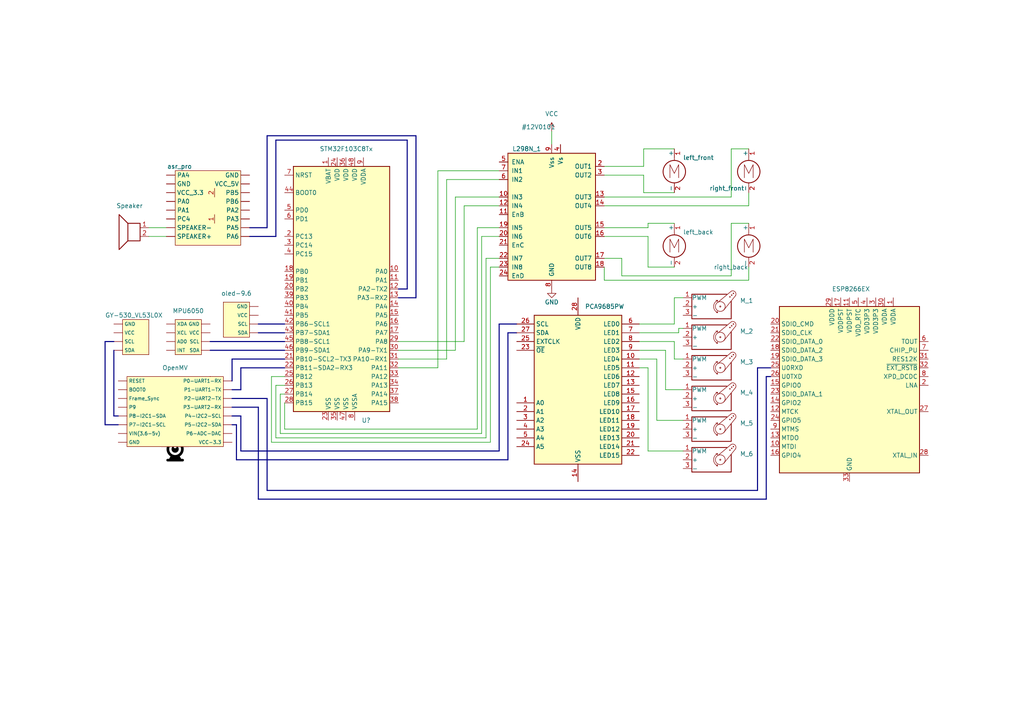
<source format=kicad_sch>
(kicad_sch (version 20211123) (generator eeschema)
  (paper "A4")
  (lib_symbols
    (symbol "Device:Microphone_Crystal" (pin_names (offset 0.0254) hide)
      (property "Reference" "MK" (at -3.81 1.143 0))
      (property "Value" "Microphone_Crystal" (at -3.81 -0.762 0))
      (symbol "Microphone_Crystal_0_1"
        (rectangle (start -1.27 0.508) (end 1.27 -0.508) (stroke (width 0.254)))
        (polyline (pts (xy -2.54 2.54) (xy -2.54 -2.54)) (stroke (width 0.254)))
        (polyline (pts (xy -0.762 -1.016) (xy 0.762 -1.016)))
        (polyline (pts (xy -0.762 1.016) (xy 0.762 1.016)))
        (polyline (pts (xy 0 -1.016) (xy 0 -1.778)))
        (polyline (pts (xy 0 1.016) (xy 0 1.778)))
        (polyline (pts (xy 0.254 3.81) (xy 0.762 3.81)))
        (polyline (pts (xy 0.508 4.064) (xy 0.508 3.556)))
        (circle (center 0 0) (radius 2.54) (stroke (width 0.254)))
      )
      (symbol "Microphone_Crystal_1_1"
        (pin passive line (at 0 -5.08 90) (length 2.54) (name "-") (number "1"))
        (pin passive line (at 0 5.08 270) (length 2.54) (name "+") (number "2"))
      )
    )
    (symbol "Device:Speaker" (pin_names (offset 0) hide)
      (property "Reference" "LS" (at 1.27 5.715 0))
      (property "Value" "Speaker" (at 1.27 3.81 0))
      (symbol "Speaker_0_0"
        (rectangle (start -2.54 1.27) (end 1.016 -3.81) (stroke (width 0.254)))
        (polyline (pts (xy 1.016 1.27) (xy 3.556 3.81) (xy 3.556 -6.35) (xy 1.016 -3.81)) (stroke (width 0.254)))
      )
      (symbol "Speaker_1_1"
        (pin input line (at -5.08 0 0) (length 2.54) (name "1") (number "1"))
        (pin input line (at -5.08 -2.54 0) (length 2.54) (name "2") (number "2"))
      )
    )
    (symbol "Device:asr_pro"
      (property "Reference" "U" (at 0 0 0))
      (property "Value" "asr_pro" (at 0 0 0))
      (symbol "asr_pro_0_1"
        (rectangle (start -5.08 -5.08) (end 13.97 -26.67) (fill (type background)))
      )
      (symbol "asr_pro_1_1"
        (pin input line (at -7.62 -8.89 0) (length 2.54) (name "GND") (number ""))
        (pin input line (at 16.51 -6.35 180) (length 2.54) (name "GND") (number ""))
        (pin input line (at -7.62 -13.97 0) (length 2.54) (name "PA0") (number ""))
        (pin input line (at -7.62 -16.51 0) (length 2.54) (name "PA1") (number ""))
        (pin input line (at 16.51 -16.51 180) (length 2.54) (name "PA2") (number ""))
        (pin input line (at 16.51 -19.05 180) (length 2.54) (name "PA3") (number ""))
        (pin input line (at -7.62 -6.35 0) (length 2.54) (name "PA4") (number ""))
        (pin input line (at 16.51 -21.59 180) (length 2.54) (name "PA5") (number ""))
        (pin input line (at 16.51 -24.13 180) (length 2.54) (name "PA6") (number ""))
        (pin input line (at 16.51 -11.43 180) (length 2.54) (name "PB5") (number ""))
        (pin input line (at 16.51 -13.97 180) (length 2.54) (name "PB6") (number ""))
        (pin input line (at -7.62 -19.05 0) (length 2.54) (name "PC4") (number ""))
        (pin input line (at -7.62 -24.13 0) (length 2.54) (name "SPEAKER+") (number ""))
        (pin input line (at -7.62 -21.59 0) (length 2.54) (name "SPEAKER-") (number ""))
        (pin input line (at -7.62 -11.43 0) (length 2.54) (name "VCC_3.3") (number ""))
        (pin input line (at 16.51 -8.89 180) (length 2.54) (name "VCC_5V") (number ""))
      )
    )
    (symbol "Display_Graphic:MPU6050"
      (property "Reference" "U" (at 0 0 0))
      (property "Value" "MPU6050" (at 0 0 0))
      (symbol "MPU6050_0_1"
        (rectangle (start -3.81 -1.27) (end 3.81 -11.43) (fill (type background)))
      )
      (symbol "MPU6050_1_1"
        (pin input line (at -6.35 -7.62 0) (length 2.54) (name "AD0") (number ""))
        (pin input line (at 6.35 -2.54 180) (length 2.54) (name "GND") (number ""))
        (pin input line (at -6.35 -10.16 0) (length 2.54) (name "INT") (number ""))
        (pin input line (at 6.35 -7.62 180) (length 2.54) (name "SCL") (number ""))
        (pin input line (at 6.35 -10.16 180) (length 2.54) (name "SDA") (number ""))
        (pin input line (at 6.35 -5.08 180) (length 2.54) (name "VCC") (number ""))
        (pin input line (at -6.35 -5.08 0) (length 2.54) (name "XCL") (number ""))
        (pin input line (at -6.35 -2.54 0) (length 2.54) (name "XDA") (number ""))
      )
    )
    (symbol "Display_Graphic:oled-9.6"
      (property "Value" "oled-9.6" (at 0 0 0))
      (symbol "oled-9.6_0_1"
        (rectangle (start -5.08 -1.27) (end 2.54 -11.43) (fill (type background)))
      )
      (symbol "oled-9.6_1_1"
        (pin input line (at 5.08 -2.54 180) (length 2.54) (name "GND") (number ""))
        (pin input line (at 5.08 -7.62 180) (length 2.54) (name "SCL") (number ""))
        (pin input line (at 5.08 -10.16 180) (length 2.54) (name "SDA") (number ""))
        (pin input line (at 5.08 -5.08 180) (length 2.54) (name "VCC") (number ""))
      )
    )
    (symbol "Driver_LED:PCA9685PW"
      (property "Reference" "U" (at -12.7 22.225 0))
      (property "Value" "PCA9685PW" (at 1.27 22.225 0))
      (symbol "PCA9685PW_0_1"
        (rectangle (start -12.7 20.32) (end 12.7 -22.86) (stroke (width 0.254)) (fill (type background)))
      )
      (symbol "PCA9685PW_1_1"
        (pin input line (at -17.78 -5.08 0) (length 5.08) (name "A0") (number "1"))
        (pin output line (at 17.78 7.62 180) (length 5.08) (name "LED4") (number "10"))
        (pin output line (at 17.78 5.08 180) (length 5.08) (name "LED5") (number "11"))
        (pin output line (at 17.78 2.54 180) (length 5.08) (name "LED6") (number "12"))
        (pin output line (at 17.78 0 180) (length 5.08) (name "LED7") (number "13"))
        (pin power_in line (at 0 -27.94 90) (length 5.08) (name "VSS") (number "14"))
        (pin output line (at 17.78 -2.54 180) (length 5.08) (name "LED8") (number "15"))
        (pin output line (at 17.78 -5.08 180) (length 5.08) (name "LED9") (number "16"))
        (pin output line (at 17.78 -7.62 180) (length 5.08) (name "LED10") (number "17"))
        (pin output line (at 17.78 -10.16 180) (length 5.08) (name "LED11") (number "18"))
        (pin output line (at 17.78 -12.7 180) (length 5.08) (name "LED12") (number "19"))
        (pin input line (at -17.78 -7.62 0) (length 5.08) (name "A1") (number "2"))
        (pin output line (at 17.78 -15.24 180) (length 5.08) (name "LED13") (number "20"))
        (pin output line (at 17.78 -17.78 180) (length 5.08) (name "LED14") (number "21"))
        (pin output line (at 17.78 -20.32 180) (length 5.08) (name "LED15") (number "22"))
        (pin input line (at -17.78 10.16 0) (length 5.08) (name "~{OE}") (number "23"))
        (pin input line (at -17.78 -17.78 0) (length 5.08) (name "A5") (number "24"))
        (pin input line (at -17.78 12.7 0) (length 5.08) (name "EXTCLK") (number "25"))
        (pin input line (at -17.78 17.78 0) (length 5.08) (name "SCL") (number "26"))
        (pin bidirectional line (at -17.78 15.24 0) (length 5.08) (name "SDA") (number "27"))
        (pin power_in line (at 0 25.4 270) (length 5.08) (name "VDD") (number "28"))
        (pin input line (at -17.78 -10.16 0) (length 5.08) (name "A2") (number "3"))
        (pin input line (at -17.78 -12.7 0) (length 5.08) (name "A3") (number "4"))
        (pin input line (at -17.78 -15.24 0) (length 5.08) (name "A4") (number "5"))
        (pin output line (at 17.78 17.78 180) (length 5.08) (name "LED0") (number "6"))
        (pin output line (at 17.78 15.24 180) (length 5.08) (name "LED1") (number "7"))
        (pin output line (at 17.78 12.7 180) (length 5.08) (name "LED2") (number "8"))
        (pin output line (at 17.78 10.16 180) (length 5.08) (name "LED3") (number "9"))
      )
    )
    (symbol "Driver_Motor:L298N_1" (pin_names (offset 1.016))
      (property "Reference" "U" (at -10.16 16.51 0))
      (property "Value" "L298N_1" (at 12.7 16.51 0))
      (symbol "L298N_1_0_1"
        (rectangle (start -12.7 15.24) (end 12.7 -21.59) (stroke (width 0.254)) (fill (type background)))
      )
      (symbol "L298N_1_1_1"
        (pin input line (at -15.24 2.54 0) (length 2.54) (name "IN3") (number "10"))
        (pin input line (at -15.24 -2.54 0) (length 2.54) (name "EnB") (number "11"))
        (pin input line (at -15.24 0 0) (length 2.54) (name "IN4") (number "12"))
        (pin output line (at 15.24 2.54 180) (length 2.54) (name "OUT3") (number "13"))
        (pin output line (at 15.24 0 180) (length 2.54) (name "OUT4") (number "14"))
        (pin output line (at 15.24 -6.35 180) (length 2.54) (name "OUT5") (number "15"))
        (pin output line (at 15.24 -8.89 180) (length 2.54) (name "OUT6") (number "16"))
        (pin output line (at 15.24 -15.24 180) (length 2.54) (name "OUT7") (number "17"))
        (pin output line (at 15.24 -17.78 180) (length 2.54) (name "OUT8") (number "18"))
        (pin input line (at -15.24 -6.35 0) (length 2.54) (name "IN5") (number "19"))
        (pin output line (at 15.24 11.43 180) (length 2.54) (name "OUT1") (number "2"))
        (pin input line (at -15.24 -8.89 0) (length 2.54) (name "IN6") (number "20"))
        (pin input line (at -15.24 -11.43 0) (length 2.54) (name "EnC") (number "21"))
        (pin input line (at -15.24 -15.24 0) (length 2.54) (name "IN7") (number "22"))
        (pin input line (at -15.24 -17.78 0) (length 2.54) (name "IN8") (number "23"))
        (pin input line (at -15.24 -20.32 0) (length 2.54) (name "EnD") (number "24"))
        (pin output line (at 15.24 8.89 180) (length 2.54) (name "OUT2") (number "3"))
        (pin power_in line (at 2.54 17.78 270) (length 2.54) (name "Vs") (number "4"))
        (pin input line (at -15.24 12.7 0) (length 2.54) (name "ENA") (number "5"))
        (pin input line (at -15.24 7.62 0) (length 2.54) (name "IN2") (number "6"))
        (pin input line (at -15.24 10.16 0) (length 2.54) (name "IN1") (number "7"))
        (pin power_in line (at 0 -24.13 90) (length 2.54) (name "GND") (number "8"))
        (pin power_in line (at 0 17.78 270) (length 2.54) (name "Vss") (number "9"))
      )
    )
    (symbol "MCU_Espressif:ESP8266EX"
      (property "Reference" "U" (at 0 2.54 0))
      (property "Value" "ESP8266EX" (at 0 -2.54 0))
      (symbol "ESP8266EX_0_1"
        (rectangle (start -20.32 22.86) (end 20.32 -25.4) (stroke (width 0.254)) (fill (type background)))
      )
      (symbol "ESP8266EX_1_1"
        (pin power_in line (at -12.7 25.4 270) (length 2.54) (name "VDDA") (number "1"))
        (pin bidirectional line (at 22.86 -17.78 180) (length 2.54) (name "MTDI") (number "10"))
        (pin power_in line (at 0 25.4 270) (length 2.54) (name "VDDPST") (number "11"))
        (pin bidirectional line (at 22.86 -7.62 180) (length 2.54) (name "MTCK") (number "12"))
        (pin bidirectional line (at 22.86 -15.24 180) (length 2.54) (name "MTDO") (number "13"))
        (pin bidirectional line (at 22.86 -5.08 180) (length 2.54) (name "GPIO2") (number "14"))
        (pin bidirectional line (at 22.86 0 180) (length 2.54) (name "GPIO0") (number "15"))
        (pin bidirectional line (at 22.86 -20.32 180) (length 2.54) (name "GPIO4") (number "16"))
        (pin power_in line (at 2.54 25.4 270) (length 2.54) (name "VDDPST") (number "17"))
        (pin bidirectional line (at 22.86 10.16 180) (length 2.54) (name "SDIO_DATA_2") (number "18"))
        (pin bidirectional line (at 22.86 7.62 180) (length 2.54) (name "SDIO_DATA_3") (number "19"))
        (pin bidirectional line (at -22.86 0 0) (length 2.54) (name "LNA") (number "2"))
        (pin bidirectional line (at 22.86 17.78 180) (length 2.54) (name "SDIO_CMD") (number "20"))
        (pin bidirectional line (at 22.86 15.24 180) (length 2.54) (name "SDIO_CLK") (number "21"))
        (pin bidirectional line (at 22.86 12.7 180) (length 2.54) (name "SDIO_DATA_0") (number "22"))
        (pin bidirectional line (at 22.86 -2.54 180) (length 2.54) (name "SDIO_DATA_1") (number "23"))
        (pin bidirectional line (at 22.86 -10.16 180) (length 2.54) (name "GPIO5") (number "24"))
        (pin bidirectional line (at 22.86 5.08 180) (length 2.54) (name "U0RXD") (number "25"))
        (pin bidirectional line (at 22.86 2.54 180) (length 2.54) (name "U0TXD") (number "26"))
        (pin bidirectional line (at -22.86 -7.62 0) (length 2.54) (name "XTAL_OUT") (number "27"))
        (pin bidirectional line (at -22.86 -20.32 0) (length 2.54) (name "XTAL_IN") (number "28"))
        (pin power_in line (at 5.08 25.4 270) (length 2.54) (name "VDDD") (number "29"))
        (pin power_in line (at -7.62 25.4 270) (length 2.54) (name "VDD3P3") (number "3"))
        (pin power_in line (at -10.16 25.4 270) (length 2.54) (name "VDDA") (number "30"))
        (pin input line (at -22.86 7.62 0) (length 2.54) (name "RES12K") (number "31"))
        (pin input line (at -22.86 5.08 0) (length 2.54) (name "~{EXT_RSTB}") (number "32"))
        (pin power_in line (at 0 -27.94 90) (length 2.54) (name "GND") (number "33"))
        (pin power_in line (at -5.08 25.4 270) (length 2.54) (name "VDD3P3") (number "4"))
        (pin power_in line (at -2.54 25.4 270) (length 2.54) (name "VDD_RTC") (number "5"))
        (pin input line (at -22.86 12.7 0) (length 2.54) (name "TOUT") (number "6"))
        (pin input line (at -22.86 10.16 0) (length 2.54) (name "CHIP_PU") (number "7"))
        (pin bidirectional line (at -22.86 2.54 0) (length 2.54) (name "XPD_DCDC") (number "8"))
        (pin bidirectional line (at 22.86 -12.7 180) (length 2.54) (name "MTMS") (number "9"))
      )
    )
    (symbol "MCU_ST_STM32F1:STM32F103C8Tx"
      (property "Reference" "U" (at -15.24 36.83 0))
      (property "Value" "STM32F103C8Tx" (at 7.62 36.83 0))
      (symbol "STM32F103C8Tx_0_1"
        (rectangle (start -15.24 -35.56) (end 12.7 35.56) (stroke (width 0.254)) (fill (type background)))
      )
      (symbol "STM32F103C8Tx_1_1"
        (pin power_in line (at -5.08 38.1 270) (length 2.54) (name "VBAT") (number "1"))
        (pin bidirectional line (at 15.24 5.08 180) (length 2.54) (name "PA0") (number "10"))
        (pin bidirectional line (at 15.24 2.54 180) (length 2.54) (name "PA1") (number "11"))
        (pin bidirectional line (at 15.24 0 180) (length 2.54) (name "PA2-TX2") (number "12"))
        (pin bidirectional line (at 15.24 -2.54 180) (length 2.54) (name "PA3-RX2") (number "13"))
        (pin bidirectional line (at 15.24 -5.08 180) (length 2.54) (name "PA4") (number "14"))
        (pin bidirectional line (at 15.24 -7.62 180) (length 2.54) (name "PA5") (number "15"))
        (pin bidirectional line (at 15.24 -10.16 180) (length 2.54) (name "PA6") (number "16"))
        (pin bidirectional line (at 15.24 -12.7 180) (length 2.54) (name "PA7") (number "17"))
        (pin bidirectional line (at -17.78 5.08 0) (length 2.54) (name "PB0") (number "18"))
        (pin bidirectional line (at -17.78 2.54 0) (length 2.54) (name "PB1") (number "19"))
        (pin bidirectional line (at -17.78 15.24 0) (length 2.54) (name "PC13") (number "2"))
        (pin bidirectional line (at -17.78 0 0) (length 2.54) (name "PB2") (number "20"))
        (pin bidirectional line (at -17.78 -20.32 0) (length 2.54) (name "PB10-SCL2-TX3") (number "21"))
        (pin bidirectional line (at -17.78 -22.86 0) (length 2.54) (name "PB11-SDA2-RX3") (number "22"))
        (pin power_in line (at -5.08 -38.1 90) (length 2.54) (name "VSS") (number "23"))
        (pin power_in line (at -2.54 38.1 270) (length 2.54) (name "VDD") (number "24"))
        (pin bidirectional line (at -17.78 -25.4 0) (length 2.54) (name "PB12") (number "25"))
        (pin bidirectional line (at -17.78 -27.94 0) (length 2.54) (name "PB13") (number "26"))
        (pin bidirectional line (at -17.78 -30.48 0) (length 2.54) (name "PB14") (number "27"))
        (pin bidirectional line (at -17.78 -33.02 0) (length 2.54) (name "PB15") (number "28"))
        (pin bidirectional line (at 15.24 -15.24 180) (length 2.54) (name "PA8") (number "29"))
        (pin bidirectional line (at -17.78 12.7 0) (length 2.54) (name "PC14") (number "3"))
        (pin bidirectional line (at 15.24 -17.78 180) (length 2.54) (name "PA9-TX1") (number "30"))
        (pin bidirectional line (at 15.24 -20.32 180) (length 2.54) (name "PA10-RX1") (number "31"))
        (pin bidirectional line (at 15.24 -22.86 180) (length 2.54) (name "PA11") (number "32"))
        (pin bidirectional line (at 15.24 -25.4 180) (length 2.54) (name "PA12") (number "33"))
        (pin bidirectional line (at 15.24 -27.94 180) (length 2.54) (name "PA13") (number "34"))
        (pin power_in line (at -2.54 -38.1 90) (length 2.54) (name "VSS") (number "35"))
        (pin power_in line (at 0 38.1 270) (length 2.54) (name "VDD") (number "36"))
        (pin bidirectional line (at 15.24 -30.48 180) (length 2.54) (name "PA14") (number "37"))
        (pin bidirectional line (at 15.24 -33.02 180) (length 2.54) (name "PA15") (number "38"))
        (pin bidirectional line (at -17.78 -2.54 0) (length 2.54) (name "PB3") (number "39"))
        (pin bidirectional line (at -17.78 10.16 0) (length 2.54) (name "PC15") (number "4"))
        (pin bidirectional line (at -17.78 -5.08 0) (length 2.54) (name "PB4") (number "40"))
        (pin bidirectional line (at -17.78 -7.62 0) (length 2.54) (name "PB5") (number "41"))
        (pin bidirectional line (at -17.78 -10.16 0) (length 2.54) (name "PB6-SCL1") (number "42"))
        (pin bidirectional line (at -17.78 -12.7 0) (length 2.54) (name "PB7-SDA1") (number "43"))
        (pin input line (at -17.78 27.94 0) (length 2.54) (name "BOOT0") (number "44"))
        (pin bidirectional line (at -17.78 -15.24 0) (length 2.54) (name "PB8-SCL1") (number "45"))
        (pin bidirectional line (at -17.78 -17.78 0) (length 2.54) (name "PB9-SDA1") (number "46"))
        (pin power_in line (at 0 -38.1 90) (length 2.54) (name "VSS") (number "47"))
        (pin power_in line (at 2.54 38.1 270) (length 2.54) (name "VDD") (number "48"))
        (pin input line (at -17.78 22.86 0) (length 2.54) (name "PD0") (number "5"))
        (pin input line (at -17.78 20.32 0) (length 2.54) (name "PD1") (number "6"))
        (pin input line (at -17.78 33.02 0) (length 2.54) (name "NRST") (number "7"))
        (pin power_in line (at 2.54 -38.1 90) (length 2.54) (name "VSSA") (number "8"))
        (pin power_in line (at 5.08 38.1 270) (length 2.54) (name "VDDA") (number "9"))
      )
    )
    (symbol "Motor:Motor_DC" (pin_names (offset 0))
      (property "Reference" "M" (at 2.54 2.54 0))
      (property "Value" "Motor_DC" (at 2.54 -5.08 0))
      (symbol "Motor_DC_0_0"
        (polyline (pts (xy -1.27 -3.302) (xy -1.27 0.508) (xy 0 -2.032) (xy 1.27 0.508) (xy 1.27 -3.302)))
      )
      (symbol "Motor_DC_0_1"
        (circle (center 0 -1.524) (radius 3.2512) (stroke (width 0.254)))
        (polyline (pts (xy 0 -7.62) (xy 0 -7.112)))
        (polyline (pts (xy 0 -4.7752) (xy 0 -5.1816)))
        (polyline (pts (xy 0 1.7272) (xy 0 2.0828)))
        (polyline (pts (xy 0 2.032) (xy 0 2.54)))
      )
      (symbol "Motor_DC_1_1"
        (pin passive line (at 0 5.08 270) (length 2.54) (name "+") (number "1"))
        (pin passive line (at 0 -7.62 90) (length 2.54) (name "-") (number "2"))
      )
    )
    (symbol "Motor:Motor_Servo" (pin_names (offset 0.0254))
      (property "Reference" "M" (at -5.08 4.445 0))
      (property "Value" "Motor_Servo" (at -5.08 -4.064 0))
      (symbol "Motor_Servo_0_1"
        (polyline (pts (xy 2.413 -1.778) (xy 2.032 -1.778)))
        (polyline (pts (xy 2.413 -1.778) (xy 2.286 -1.397)))
        (polyline (pts (xy 2.413 1.778) (xy 1.905 1.778)))
        (polyline (pts (xy 2.413 1.778) (xy 2.286 1.397)))
        (polyline (pts (xy 6.35 4.445) (xy 2.54 1.27)))
        (polyline (pts (xy 7.62 3.175) (xy 4.191 -1.016)))
        (polyline (pts (xy 5.08 3.556) (xy -5.08 3.556) (xy -5.08 -3.556) (xy 6.35 -3.556) (xy 6.35 1.524)) (stroke (width 0.254)))
        (arc (start 2.413 1.778) (mid 1.2406 0) (end 2.413 -1.778))
        (circle (center 3.175 0) (radius 0.1778))
        (circle (center 3.175 0) (radius 1.4224))
        (circle (center 5.969 2.794) (radius 0.127))
        (circle (center 6.477 3.302) (radius 0.127))
        (circle (center 6.985 3.81) (radius 0.127))
        (arc (start 7.62 3.175) (mid 7.4485 4.2735) (end 6.35 4.445))
      )
      (symbol "Motor_Servo_1_1"
        (pin passive line (at -7.62 2.54 0) (length 2.54) (name "PWM") (number "1"))
        (pin passive line (at -7.62 0 0) (length 2.54) (name "+") (number "2"))
        (pin passive line (at -7.62 -2.54 0) (length 2.54) (name "-") (number "3"))
      )
    )
    (symbol "Video:GY-530_VL53L0X"
      (property "Value" "GY-530_VL53L0X" (at 0 0 0))
      (symbol "GY-530_VL53L0X_0_1"
        (rectangle (start -5.08 -1.27) (end 2.54 -11.43) (fill (type background)))
      )
      (symbol "GY-530_VL53L0X_1_1"
        (pin input line (at 5.08 -2.54 180) (length 2.54) (name "GND") (number ""))
        (pin input line (at 5.08 -7.62 180) (length 2.54) (name "SCL") (number ""))
        (pin input line (at 5.08 -10.16 180) (length 2.54) (name "SDA") (number ""))
        (pin input line (at 5.08 -5.08 180) (length 2.54) (name "VCC") (number ""))
      )
    )
    (symbol "Video:OpenMV"
      (property "Value" "OpenMV" (at 0 0 0))
      (symbol "OpenMV_0_1"
        (rectangle (start -12.7 -2.54) (end 15.24 -22.86) (fill (type background)))
        (rectangle (start -8.89 -2.54) (end -8.89 -2.54))
        (rectangle (start -8.89 -2.54) (end -8.89 -2.54))
      )
      (symbol "OpenMV_1_1"
        (pin input line (at 17.78 -6.35 180) (length 2.54) (name "BOOT0") (number ""))
        (pin input line (at 17.78 -8.89 180) (length 2.54) (name "Frame_Sync") (number ""))
        (pin input line (at 17.78 -21.59 180) (length 2.54) (name "GND") (number ""))
        (pin input line (at -15.24 -3.81 0) (length 2.54) (name "P0-UART1-RX") (number ""))
        (pin input line (at -15.24 -6.35 0) (length 2.54) (name "P1-UART1-TX") (number ""))
        (pin input line (at -15.24 -8.89 0) (length 2.54) (name "P2-UART2-TX") (number ""))
        (pin input line (at -15.24 -11.43 0) (length 2.54) (name "P3-UART2-RX") (number ""))
        (pin input line (at -15.24 -13.97 0) (length 2.54) (name "P4-I2C2-SCL") (number ""))
        (pin input line (at -15.24 -16.51 0) (length 2.54) (name "P5-I2C2-SDA") (number ""))
        (pin input line (at -15.24 -19.05 0) (length 2.54) (name "P6-ADC-DAC") (number ""))
        (pin input line (at 17.78 -16.51 180) (length 2.54) (name "P7-I2C1-SCL") (number ""))
        (pin input line (at 17.78 -13.97 180) (length 2.54) (name "P8-I2C1-SDA") (number ""))
        (pin input line (at 17.78 -11.43 180) (length 2.54) (name "P9") (number ""))
        (pin input line (at 17.78 -3.81 180) (length 2.54) (name "RESET") (number ""))
        (pin input line (at -15.24 -21.59 0) (length 2.54) (name "VCC-3.3") (number ""))
        (pin input line (at 17.78 -19.05 180) (length 2.54) (name "VIN(3.6-5v)") (number ""))
      )
    )
    (symbol "power:GND" (power) (pin_names (offset 0))
      (property "Value" "GND" (at 0 -3.81 0))
      (symbol "GND_0_1"
        (polyline (pts (xy 0 0) (xy 0 -1.27) (xy 1.27 -1.27) (xy 0 -2.54) (xy -1.27 -1.27) (xy 0 -1.27)))
      )
      (symbol "GND_1_1"
        (pin power_in line (at 0 0 270) (length 0) hide (name "GND") (number "1"))
      )
    )
    (symbol "power:VCC" (power) (pin_names (offset 0))
      (property "Value" "VCC" (at 0 3.81 0))
      (symbol "VCC_0_1"
        (polyline (pts (xy -0.762 1.27) (xy 0 2.54)))
        (polyline (pts (xy 0 0) (xy 0 2.54)))
        (polyline (pts (xy 0 2.54) (xy 0.762 1.27)))
      )
      (symbol "VCC_1_1"
        (pin power_in line (at 0 0 90) (length 0) hide (name "VCC") (number "1"))
      )
    )
  )
  (wire (pts (xy 115.57 104.14) (xy 129.54 104.14)))
  (bus (pts (xy 69.85 120.65) (xy 69.85 130.81)))
  (bus (pts (xy 219.71 106.68) (xy 223.52 106.68)))
  (bus (pts (xy 33.02 101.6) (xy 33.02 120.65)))
  (bus (pts (xy 68.58 123.19) (xy 68.58 133.35)))
  (wire (pts (xy 195.58 104.14) (xy 198.12 104.14)))
  (wire (pts (xy 195.58 86.36) (xy 198.12 86.36)))
  (bus (pts (xy 33.02 120.65) (xy 34.29 120.65)))
  (wire (pts (xy 175.26 50.8) (xy 186.69 50.8)))
  (bus (pts (xy 60.96 101.6) (xy 82.55 101.6)))
  (wire (pts (xy 78.74 128.27) (xy 142.24 128.27)))
  (wire (pts (xy 81.28 114.3) (xy 81.28 125.73)))
  (wire (pts (xy 115.57 101.6) (xy 132.08 101.6)))
  (wire (pts (xy 175.26 77.47) (xy 175.26 81.28)))
  (wire (pts (xy 185.42 96.52) (xy 196.85 96.52)))
  (bus (pts (xy 144.78 130.81) (xy 144.78 93.98)))
  (wire (pts (xy 195.58 93.98) (xy 195.58 86.36)))
  (wire (pts (xy 175.26 59.69) (xy 217.17 59.69)))
  (bus (pts (xy 60.96 99.06) (xy 82.55 99.06)))
  (wire (pts (xy 212.09 43.18) (xy 217.17 43.18)))
  (bus (pts (xy 30.48 123.19) (xy 34.29 123.19)))
  (wire (pts (xy 217.17 81.28) (xy 217.17 77.47)))
  (wire (pts (xy 212.09 64.77) (xy 217.17 64.77)))
  (bus (pts (xy 67.31 115.57) (xy 77.47 115.57)))
  (wire (pts (xy 190.5 121.92) (xy 198.12 121.92)))
  (wire (pts (xy 138.43 124.46) (xy 138.43 66.04)))
  (bus (pts (xy 80.01 68.58) (xy 80.01 40.64)))
  (wire (pts (xy 82.55 111.76) (xy 80.01 111.76)))
  (wire (pts (xy 187.96 68.58) (xy 187.96 77.47)))
  (bus (pts (xy 74.93 96.52) (xy 82.55 96.52)))
  (bus (pts (xy 67.31 113.03) (xy 69.85 113.03)))
  (wire (pts (xy 142.24 77.47) (xy 144.78 77.47)))
  (bus (pts (xy 115.57 86.36) (xy 120.65 86.36)))
  (wire (pts (xy 185.42 93.98) (xy 195.58 93.98)))
  (wire (pts (xy 82.55 114.3) (xy 81.28 114.3)))
  (wire (pts (xy 187.96 77.47) (xy 195.58 77.47)))
  (wire (pts (xy 82.55 124.46) (xy 138.43 124.46)))
  (wire (pts (xy 185.42 99.06) (xy 195.58 99.06)))
  (wire (pts (xy 187.96 106.68) (xy 187.96 130.81)))
  (wire (pts (xy 193.04 113.03) (xy 198.12 113.03)))
  (wire (pts (xy 212.09 80.01) (xy 212.09 64.77)))
  (wire (pts (xy 175.26 74.93) (xy 180.34 74.93)))
  (wire (pts (xy 129.54 104.14) (xy 129.54 52.07)))
  (wire (pts (xy 175.26 57.15) (xy 212.09 57.15)))
  (bus (pts (xy 115.57 83.82) (xy 118.11 83.82)))
  (wire (pts (xy 134.62 59.69) (xy 144.78 59.69)))
  (wire (pts (xy 138.43 66.04) (xy 144.78 66.04)))
  (wire (pts (xy 186.69 50.8) (xy 186.69 55.88)))
  (bus (pts (xy 77.47 115.57) (xy 77.47 142.24)))
  (bus (pts (xy 67.31 118.11) (xy 74.93 118.11)))
  (bus (pts (xy 77.47 142.24) (xy 219.71 142.24)))
  (wire (pts (xy 134.62 99.06) (xy 134.62 59.69)))
  (bus (pts (xy 223.52 109.22) (xy 222.25 109.22)))
  (wire (pts (xy 180.34 74.93) (xy 180.34 80.01)))
  (bus (pts (xy 30.48 99.06) (xy 30.48 123.19)))
  (wire (pts (xy 217.17 59.69) (xy 217.17 55.88)))
  (wire (pts (xy 115.57 106.68) (xy 127 106.68)))
  (wire (pts (xy 185.42 104.14) (xy 190.5 104.14)))
  (bus (pts (xy 147.32 96.52) (xy 149.86 96.52)))
  (bus (pts (xy 68.58 133.35) (xy 147.32 133.35)))
  (wire (pts (xy 115.57 99.06) (xy 134.62 99.06)))
  (wire (pts (xy 212.09 57.15) (xy 212.09 43.18)))
  (wire (pts (xy 80.01 111.76) (xy 80.01 127)))
  (bus (pts (xy 120.65 39.37) (xy 120.65 86.36)))
  (wire (pts (xy 180.34 80.01) (xy 212.09 80.01)))
  (wire (pts (xy 127 49.53) (xy 144.78 49.53)))
  (wire (pts (xy 139.7 125.73) (xy 139.7 68.58)))
  (wire (pts (xy 132.08 101.6) (xy 132.08 57.15)))
  (bus (pts (xy 144.78 93.98) (xy 149.86 93.98)))
  (bus (pts (xy 118.11 40.64) (xy 118.11 83.82)))
  (wire (pts (xy 140.97 127) (xy 140.97 74.93)))
  (wire (pts (xy 186.69 43.18) (xy 195.58 43.18)))
  (wire (pts (xy 187.96 130.81) (xy 198.12 130.81)))
  (wire (pts (xy 82.55 109.22) (xy 78.74 109.22)))
  (wire (pts (xy 140.97 74.93) (xy 144.78 74.93)))
  (wire (pts (xy 82.55 116.84) (xy 82.55 124.46)))
  (bus (pts (xy 72.39 68.58) (xy 80.01 68.58)))
  (wire (pts (xy 175.26 81.28) (xy 217.17 81.28)))
  (wire (pts (xy 43.18 66.04) (xy 48.26 66.04)))
  (wire (pts (xy 196.85 96.52) (xy 196.85 95.25)))
  (wire (pts (xy 139.7 68.58) (xy 144.78 68.58)))
  (bus (pts (xy 74.93 144.78) (xy 74.93 118.11)))
  (bus (pts (xy 222.25 109.22) (xy 222.25 144.78)))
  (wire (pts (xy 160.02 38.1) (xy 160.02 41.91)))
  (wire (pts (xy 186.69 55.88) (xy 195.58 55.88)))
  (bus (pts (xy 33.02 99.06) (xy 30.48 99.06)))
  (bus (pts (xy 80.01 40.64) (xy 118.11 40.64)))
  (wire (pts (xy 142.24 128.27) (xy 142.24 77.47)))
  (wire (pts (xy 175.26 68.58) (xy 187.96 68.58)))
  (bus (pts (xy 222.25 144.78) (xy 74.93 144.78)))
  (bus (pts (xy 77.47 39.37) (xy 120.65 39.37)))
  (wire (pts (xy 185.42 106.68) (xy 187.96 106.68)))
  (wire (pts (xy 129.54 52.07) (xy 144.78 52.07)))
  (wire (pts (xy 175.26 48.26) (xy 186.69 48.26)))
  (bus (pts (xy 69.85 130.81) (xy 144.78 130.81)))
  (bus (pts (xy 74.93 93.98) (xy 82.55 93.98)))
  (bus (pts (xy 82.55 104.14) (xy 67.31 104.14)))
  (wire (pts (xy 78.74 109.22) (xy 78.74 128.27)))
  (bus (pts (xy 69.85 106.68) (xy 82.55 106.68)))
  (bus (pts (xy 67.31 104.14) (xy 67.31 110.49)))
  (wire (pts (xy 186.69 48.26) (xy 186.69 43.18)))
  (wire (pts (xy 132.08 57.15) (xy 144.78 57.15)))
  (wire (pts (xy 190.5 104.14) (xy 190.5 121.92)))
  (bus (pts (xy 147.32 133.35) (xy 147.32 96.52)))
  (bus (pts (xy 69.85 113.03) (xy 69.85 106.68)))
  (bus (pts (xy 72.39 66.04) (xy 77.47 66.04)))
  (wire (pts (xy 196.85 95.25) (xy 198.12 95.25)))
  (wire (pts (xy 195.58 99.06) (xy 195.58 104.14)))
  (wire (pts (xy 193.04 101.6) (xy 193.04 113.03)))
  (wire (pts (xy 127 106.68) (xy 127 49.53)))
  (bus (pts (xy 219.71 142.24) (xy 219.71 106.68)))
  (bus (pts (xy 77.47 66.04) (xy 77.47 39.37)))
  (bus (pts (xy 67.31 123.19) (xy 68.58 123.19)))
  (wire (pts (xy 185.42 101.6) (xy 193.04 101.6)))
  (bus (pts (xy 67.31 120.65) (xy 69.85 120.65)))
  (wire (pts (xy 187.96 66.04) (xy 187.96 64.77)))
  (wire (pts (xy 175.26 66.04) (xy 187.96 66.04)))
  (wire (pts (xy 81.28 125.73) (xy 139.7 125.73)))
  (wire (pts (xy 187.96 64.77) (xy 195.58 64.77)))
  (wire (pts (xy 80.01 127) (xy 140.97 127)))
  (wire (pts (xy 43.18 68.58) (xy 48.26 68.58)))
  (image (at 50.8 130.81) (scale 0.303122))
  (symbol (lib_id "Motor:Motor_Servo") (at 205.74 106.68 0) (unit 1)
    (property "Reference" "M_3" (at 214.63 104.9765 0) (effects (justify left)))
    (property "Value" "Motor_Servo" (effects hide))
    (property "Datasheet" "http://forums.parallax.com/uploads/attachments/46831/74481.png" (effects hide))
  )
  (symbol (lib_id "Driver_LED:PCA9685PW") (at 167.64 111.76 0) (unit 1)
    (property "Reference" "U?" (effects hide))
    (property "Value" "PCA9685PW" (at 169.6594 88.9 0) (effects (justify left)))
    (property "Footprint" "Package_SO:TSSOP-28_4.4x9.7mm_P0.65mm" (effects hide))
    (property "Datasheet" "http://www.nxp.com/documents/data_sheet/PCA9685.pdf" (effects hide))
  )
  (symbol (lib_id "Device:Speaker") (at 38.1 66.04 0) (mirror y) (unit 1)
    (property "Reference" "LS?" (effects hide))
    (property "Value" "Speaker" (at 37.592 59.69 0))
  )
  (symbol (lib_id "Device:Microphone_Crystal") (at 62.23 59.69 0) (unit 1)
    (property "Reference" "MK?" (effects hide))
    (property "Value" "Microphone_Crystal" (effects hide))
  )
  (symbol (lib_id "power:VCC") (at 160.02 38.1 0) (unit 1)
    (property "Reference" "12V" (at 156.21 36.83 0))
    (property "Value" "VCC" (at 160.02 33.02 0))
  )
  (symbol (lib_id "Video:OpenMV") (at 52.07 106.68 0) (mirror y) (unit 1)
    (property "Reference" "U?" (effects hide))
    (property "Value" "OpenMV" (at 50.8 106.68 0))
  )
  (symbol (lib_id "Motor:Motor_Servo") (at 205.74 133.35 0) (unit 1)
    (property "Reference" "M_6" (at 214.63 131.6465 0) (effects (justify left)))
    (property "Value" "Motor_Servo" (effects hide))
    (property "Datasheet" "http://forums.parallax.com/uploads/attachments/46831/74481.png" (effects hide))
  )
  (symbol (lib_id "Motor:Motor_DC") (at 195.58 48.26 0) (unit 1)
    (property "Reference" "left_front" (at 198.12 45.72 0) (effects (justify left)))
    (property "Value" "Motor_DC" (effects hide))
  )
  (symbol (lib_id "MCU_Espressif:ESP8266EX") (at 246.38 111.76 0) (mirror y) (unit 1)
    (property "Reference" "U?" (effects hide))
    (property "Value" "ESP8266EX" (at 241.3 83.82 0) (effects (justify right)))
    (property "Footprint" "Package_DFN_QFN:QFN-32-1EP_5x5mm_P0.5mm_EP3.45x3.45mm" (effects hide))
    (property "Datasheet" "http://espressif.com/sites/default/files/documentation/0a-esp8266ex_datasheet_en.pdf" (effects hide))
  )
  (symbol (lib_id "Motor:Motor_Servo") (at 205.74 97.79 0) (unit 1)
    (property "Reference" "M_2" (at 214.63 96.0865 0) (effects (justify left)))
    (property "Value" "Motor_Servo" (effects hide))
    (property "Datasheet" "http://forums.parallax.com/uploads/attachments/46831/74481.png" (effects hide))
  )
  (symbol (lib_id "Motor:Motor_Servo") (at 205.74 115.57 0) (unit 1)
    (property "Reference" "M_4" (at 214.63 113.8665 0) (effects (justify left)))
    (property "Value" "Motor_Servo" (effects hide))
    (property "Datasheet" "http://forums.parallax.com/uploads/attachments/46831/74481.png" (effects hide))
  )
  (symbol (lib_id "Motor:Motor_DC") (at 195.58 69.85 0) (unit 1)
    (property "Reference" "left_back" (at 198.12 67.31 0) (effects (justify left)))
    (property "Value" "Motor_DC" (effects hide))
  )
  (symbol (lib_id "Motor:Motor_DC") (at 217.17 69.85 0) (unit 1)
    (property "Reference" "right_back" (at 207.01 77.47 0) (effects (justify left)))
    (property "Value" "Motor_DC" (effects hide))
  )
  (symbol (lib_id "Display_Graphic:oled-9.6") (at 69.85 86.36 0) (unit 1)
    (property "Reference" "U?" (effects hide))
    (property "Value" "oled-9.6" (at 68.58 85.09 0))
  )
  (symbol (lib_id "power:GND") (at 160.02 83.82 0) (unit 1)
    (property "Reference" "#PWR?" (effects hide))
    (property "Value" "GND" (at 160.02 87.63 0))
  )
  (symbol (lib_id "Motor:Motor_Servo") (at 205.74 124.46 0) (unit 1)
    (property "Reference" "M_5" (at 214.63 122.7565 0) (effects (justify left)))
    (property "Value" "Motor_Servo" (effects hide))
    (property "Datasheet" "http://forums.parallax.com/uploads/attachments/46831/74481.png" (effects hide))
  )
  (symbol (lib_id "Driver_Motor:L298N_1") (at 160.02 59.69 0) (unit 1)
    (property "Reference" "U?" (effects hide))
    (property "Value" "L298N_1" (at 148.59 43.18 0) (effects (justify left)))
    (property "Footprint" "Package_TO_SOT_THT:TO-220-15_P2.54x2.54mm_StaggerOdd_Lead4.58mm_Vertical" (effects hide))
    (property "Datasheet" "http://www.st.com/st-web-ui/static/active/en/resource/technical/document/datasheet/CD00000240.pdf" (effects hide))
  )
  (symbol (lib_id "Display_Graphic:MPU6050") (at 54.61 91.44 0) (unit 1)
    (property "Reference" "U?" (effects hide))
    (property "Value" "MPU6050" (at 54.61 90.17 0))
  )
  (symbol (lib_id "Device:asr_pro") (at 55.88 44.45 0) (unit 1)
    (property "Reference" "U?" (effects hide))
    (property "Value" "asr_pro" (at 52.07 48.26 0))
  )
  (symbol (lib_id "Video:GY-530_VL53L0X") (at 38.1 91.44 0) (mirror y) (unit 1)
    (property "Reference" "U?" (effects hide))
    (property "Value" "GY-530_VL53L0X" (at 30.48 91.44 0) (effects (justify right)))
  )
  (symbol (lib_id "Motor:Motor_Servo") (at 205.74 88.9 0) (unit 1)
    (property "Reference" "M_1" (at 214.63 87.1965 0) (effects (justify left)))
    (property "Value" "Motor_Servo" (effects hide))
    (property "Datasheet" "http://forums.parallax.com/uploads/attachments/46831/74481.png" (effects hide))
  )
  (symbol (lib_id "MCU_ST_STM32F1:STM32F103C8Tx") (at 100.33 83.82 0) (unit 1)
    (property "Reference" "U?" (at 104.8894 121.92 0) (effects (justify left)))
    (property "Value" "STM32F103C8Tx" (at 92.71 43.18 0) (effects (justify left)))
    (property "Footprint" "Package_QFP:LQFP-48_7x7mm_P0.5mm" (effects hide))
    (property "Datasheet" "http://www.st.com/st-web-ui/static/active/en/resource/technical/document/datasheet/CD00161566.pdf" (effects hide))
  )
  (symbol (lib_id "Motor:Motor_DC") (at 217.17 48.26 0) (unit 1)
    (property "Reference" "right_front" (at 205.74 54.61 0) (effects (justify left)))
    (property "Value" "Motor_DC" (effects hide))
  )
)
</source>
